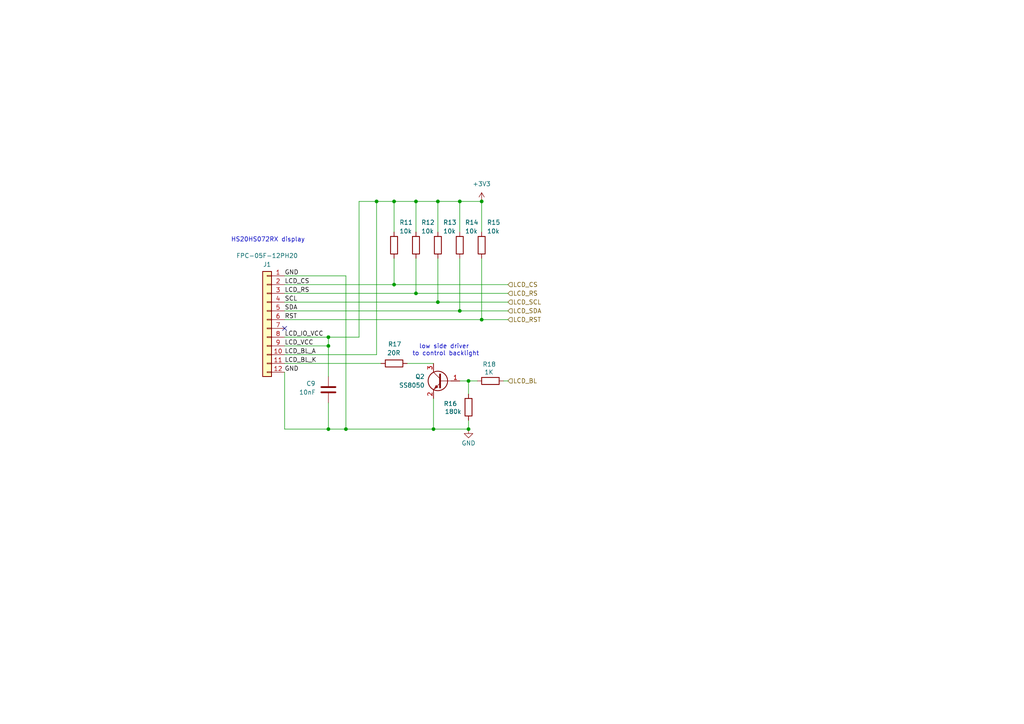
<source format=kicad_sch>
(kicad_sch
	(version 20250114)
	(generator "eeschema")
	(generator_version "9.0")
	(uuid "37dc8c14-dd90-48f4-b4fb-3efbefa0cd1b")
	(paper "A4")
	(lib_symbols
		(symbol "Connector_Generic:Conn_01x12"
			(pin_names
				(offset 1.016)
				(hide yes)
			)
			(exclude_from_sim no)
			(in_bom yes)
			(on_board yes)
			(property "Reference" "J"
				(at 0 15.24 0)
				(effects
					(font
						(size 1.27 1.27)
					)
				)
			)
			(property "Value" "Conn_01x12"
				(at 0 -17.78 0)
				(effects
					(font
						(size 1.27 1.27)
					)
				)
			)
			(property "Footprint" ""
				(at 0 0 0)
				(effects
					(font
						(size 1.27 1.27)
					)
					(hide yes)
				)
			)
			(property "Datasheet" "~"
				(at 0 0 0)
				(effects
					(font
						(size 1.27 1.27)
					)
					(hide yes)
				)
			)
			(property "Description" "Generic connector, single row, 01x12, script generated (kicad-library-utils/schlib/autogen/connector/)"
				(at 0 0 0)
				(effects
					(font
						(size 1.27 1.27)
					)
					(hide yes)
				)
			)
			(property "ki_keywords" "connector"
				(at 0 0 0)
				(effects
					(font
						(size 1.27 1.27)
					)
					(hide yes)
				)
			)
			(property "ki_fp_filters" "Connector*:*_1x??_*"
				(at 0 0 0)
				(effects
					(font
						(size 1.27 1.27)
					)
					(hide yes)
				)
			)
			(symbol "Conn_01x12_1_1"
				(rectangle
					(start -1.27 13.97)
					(end 1.27 -16.51)
					(stroke
						(width 0.254)
						(type default)
					)
					(fill
						(type background)
					)
				)
				(rectangle
					(start -1.27 12.827)
					(end 0 12.573)
					(stroke
						(width 0.1524)
						(type default)
					)
					(fill
						(type none)
					)
				)
				(rectangle
					(start -1.27 10.287)
					(end 0 10.033)
					(stroke
						(width 0.1524)
						(type default)
					)
					(fill
						(type none)
					)
				)
				(rectangle
					(start -1.27 7.747)
					(end 0 7.493)
					(stroke
						(width 0.1524)
						(type default)
					)
					(fill
						(type none)
					)
				)
				(rectangle
					(start -1.27 5.207)
					(end 0 4.953)
					(stroke
						(width 0.1524)
						(type default)
					)
					(fill
						(type none)
					)
				)
				(rectangle
					(start -1.27 2.667)
					(end 0 2.413)
					(stroke
						(width 0.1524)
						(type default)
					)
					(fill
						(type none)
					)
				)
				(rectangle
					(start -1.27 0.127)
					(end 0 -0.127)
					(stroke
						(width 0.1524)
						(type default)
					)
					(fill
						(type none)
					)
				)
				(rectangle
					(start -1.27 -2.413)
					(end 0 -2.667)
					(stroke
						(width 0.1524)
						(type default)
					)
					(fill
						(type none)
					)
				)
				(rectangle
					(start -1.27 -4.953)
					(end 0 -5.207)
					(stroke
						(width 0.1524)
						(type default)
					)
					(fill
						(type none)
					)
				)
				(rectangle
					(start -1.27 -7.493)
					(end 0 -7.747)
					(stroke
						(width 0.1524)
						(type default)
					)
					(fill
						(type none)
					)
				)
				(rectangle
					(start -1.27 -10.033)
					(end 0 -10.287)
					(stroke
						(width 0.1524)
						(type default)
					)
					(fill
						(type none)
					)
				)
				(rectangle
					(start -1.27 -12.573)
					(end 0 -12.827)
					(stroke
						(width 0.1524)
						(type default)
					)
					(fill
						(type none)
					)
				)
				(rectangle
					(start -1.27 -15.113)
					(end 0 -15.367)
					(stroke
						(width 0.1524)
						(type default)
					)
					(fill
						(type none)
					)
				)
				(pin passive line
					(at -5.08 12.7 0)
					(length 3.81)
					(name "Pin_1"
						(effects
							(font
								(size 1.27 1.27)
							)
						)
					)
					(number "1"
						(effects
							(font
								(size 1.27 1.27)
							)
						)
					)
				)
				(pin passive line
					(at -5.08 10.16 0)
					(length 3.81)
					(name "Pin_2"
						(effects
							(font
								(size 1.27 1.27)
							)
						)
					)
					(number "2"
						(effects
							(font
								(size 1.27 1.27)
							)
						)
					)
				)
				(pin passive line
					(at -5.08 7.62 0)
					(length 3.81)
					(name "Pin_3"
						(effects
							(font
								(size 1.27 1.27)
							)
						)
					)
					(number "3"
						(effects
							(font
								(size 1.27 1.27)
							)
						)
					)
				)
				(pin passive line
					(at -5.08 5.08 0)
					(length 3.81)
					(name "Pin_4"
						(effects
							(font
								(size 1.27 1.27)
							)
						)
					)
					(number "4"
						(effects
							(font
								(size 1.27 1.27)
							)
						)
					)
				)
				(pin passive line
					(at -5.08 2.54 0)
					(length 3.81)
					(name "Pin_5"
						(effects
							(font
								(size 1.27 1.27)
							)
						)
					)
					(number "5"
						(effects
							(font
								(size 1.27 1.27)
							)
						)
					)
				)
				(pin passive line
					(at -5.08 0 0)
					(length 3.81)
					(name "Pin_6"
						(effects
							(font
								(size 1.27 1.27)
							)
						)
					)
					(number "6"
						(effects
							(font
								(size 1.27 1.27)
							)
						)
					)
				)
				(pin passive line
					(at -5.08 -2.54 0)
					(length 3.81)
					(name "Pin_7"
						(effects
							(font
								(size 1.27 1.27)
							)
						)
					)
					(number "7"
						(effects
							(font
								(size 1.27 1.27)
							)
						)
					)
				)
				(pin passive line
					(at -5.08 -5.08 0)
					(length 3.81)
					(name "Pin_8"
						(effects
							(font
								(size 1.27 1.27)
							)
						)
					)
					(number "8"
						(effects
							(font
								(size 1.27 1.27)
							)
						)
					)
				)
				(pin passive line
					(at -5.08 -7.62 0)
					(length 3.81)
					(name "Pin_9"
						(effects
							(font
								(size 1.27 1.27)
							)
						)
					)
					(number "9"
						(effects
							(font
								(size 1.27 1.27)
							)
						)
					)
				)
				(pin passive line
					(at -5.08 -10.16 0)
					(length 3.81)
					(name "Pin_10"
						(effects
							(font
								(size 1.27 1.27)
							)
						)
					)
					(number "10"
						(effects
							(font
								(size 1.27 1.27)
							)
						)
					)
				)
				(pin passive line
					(at -5.08 -12.7 0)
					(length 3.81)
					(name "Pin_11"
						(effects
							(font
								(size 1.27 1.27)
							)
						)
					)
					(number "11"
						(effects
							(font
								(size 1.27 1.27)
							)
						)
					)
				)
				(pin passive line
					(at -5.08 -15.24 0)
					(length 3.81)
					(name "Pin_12"
						(effects
							(font
								(size 1.27 1.27)
							)
						)
					)
					(number "12"
						(effects
							(font
								(size 1.27 1.27)
							)
						)
					)
				)
			)
			(embedded_fonts no)
		)
		(symbol "Device:C"
			(pin_numbers
				(hide yes)
			)
			(pin_names
				(offset 0.254)
			)
			(exclude_from_sim no)
			(in_bom yes)
			(on_board yes)
			(property "Reference" "C"
				(at 0.635 2.54 0)
				(effects
					(font
						(size 1.27 1.27)
					)
					(justify left)
				)
			)
			(property "Value" "C"
				(at 0.635 -2.54 0)
				(effects
					(font
						(size 1.27 1.27)
					)
					(justify left)
				)
			)
			(property "Footprint" ""
				(at 0.9652 -3.81 0)
				(effects
					(font
						(size 1.27 1.27)
					)
					(hide yes)
				)
			)
			(property "Datasheet" "~"
				(at 0 0 0)
				(effects
					(font
						(size 1.27 1.27)
					)
					(hide yes)
				)
			)
			(property "Description" "Unpolarized capacitor"
				(at 0 0 0)
				(effects
					(font
						(size 1.27 1.27)
					)
					(hide yes)
				)
			)
			(property "ki_keywords" "cap capacitor"
				(at 0 0 0)
				(effects
					(font
						(size 1.27 1.27)
					)
					(hide yes)
				)
			)
			(property "ki_fp_filters" "C_*"
				(at 0 0 0)
				(effects
					(font
						(size 1.27 1.27)
					)
					(hide yes)
				)
			)
			(symbol "C_0_1"
				(polyline
					(pts
						(xy -2.032 0.762) (xy 2.032 0.762)
					)
					(stroke
						(width 0.508)
						(type default)
					)
					(fill
						(type none)
					)
				)
				(polyline
					(pts
						(xy -2.032 -0.762) (xy 2.032 -0.762)
					)
					(stroke
						(width 0.508)
						(type default)
					)
					(fill
						(type none)
					)
				)
			)
			(symbol "C_1_1"
				(pin passive line
					(at 0 3.81 270)
					(length 2.794)
					(name "~"
						(effects
							(font
								(size 1.27 1.27)
							)
						)
					)
					(number "1"
						(effects
							(font
								(size 1.27 1.27)
							)
						)
					)
				)
				(pin passive line
					(at 0 -3.81 90)
					(length 2.794)
					(name "~"
						(effects
							(font
								(size 1.27 1.27)
							)
						)
					)
					(number "2"
						(effects
							(font
								(size 1.27 1.27)
							)
						)
					)
				)
			)
			(embedded_fonts no)
		)
		(symbol "Device:R"
			(pin_numbers
				(hide yes)
			)
			(pin_names
				(offset 0)
			)
			(exclude_from_sim no)
			(in_bom yes)
			(on_board yes)
			(property "Reference" "R"
				(at 2.032 0 90)
				(effects
					(font
						(size 1.27 1.27)
					)
				)
			)
			(property "Value" "R"
				(at 0 0 90)
				(effects
					(font
						(size 1.27 1.27)
					)
				)
			)
			(property "Footprint" ""
				(at -1.778 0 90)
				(effects
					(font
						(size 1.27 1.27)
					)
					(hide yes)
				)
			)
			(property "Datasheet" "~"
				(at 0 0 0)
				(effects
					(font
						(size 1.27 1.27)
					)
					(hide yes)
				)
			)
			(property "Description" "Resistor"
				(at 0 0 0)
				(effects
					(font
						(size 1.27 1.27)
					)
					(hide yes)
				)
			)
			(property "ki_keywords" "R res resistor"
				(at 0 0 0)
				(effects
					(font
						(size 1.27 1.27)
					)
					(hide yes)
				)
			)
			(property "ki_fp_filters" "R_*"
				(at 0 0 0)
				(effects
					(font
						(size 1.27 1.27)
					)
					(hide yes)
				)
			)
			(symbol "R_0_1"
				(rectangle
					(start -1.016 -2.54)
					(end 1.016 2.54)
					(stroke
						(width 0.254)
						(type default)
					)
					(fill
						(type none)
					)
				)
			)
			(symbol "R_1_1"
				(pin passive line
					(at 0 3.81 270)
					(length 1.27)
					(name "~"
						(effects
							(font
								(size 1.27 1.27)
							)
						)
					)
					(number "1"
						(effects
							(font
								(size 1.27 1.27)
							)
						)
					)
				)
				(pin passive line
					(at 0 -3.81 90)
					(length 1.27)
					(name "~"
						(effects
							(font
								(size 1.27 1.27)
							)
						)
					)
					(number "2"
						(effects
							(font
								(size 1.27 1.27)
							)
						)
					)
				)
			)
			(embedded_fonts no)
		)
		(symbol "Transistor_BJT:SS8050"
			(pin_names
				(offset 0)
				(hide yes)
			)
			(exclude_from_sim no)
			(in_bom yes)
			(on_board yes)
			(property "Reference" "Q"
				(at 5.08 1.905 0)
				(effects
					(font
						(size 1.27 1.27)
					)
					(justify left)
				)
			)
			(property "Value" "SS8050"
				(at 5.08 0 0)
				(effects
					(font
						(size 1.27 1.27)
					)
					(justify left)
				)
			)
			(property "Footprint" "Package_TO_SOT_SMD:SOT-23"
				(at 5.08 -7.366 0)
				(effects
					(font
						(size 1.27 1.27)
						(italic yes)
					)
					(justify left)
					(hide yes)
				)
			)
			(property "Datasheet" "http://www.secosgmbh.com/datasheet/products/SSMPTransistor/SOT-23/SS8050.pdf"
				(at 5.08 -4.826 0)
				(effects
					(font
						(size 1.27 1.27)
					)
					(justify left)
					(hide yes)
				)
			)
			(property "Description" "General Purpose NPN Transistor, 1.5A Ic, 25V Vce, SOT-23"
				(at 34.036 -2.286 0)
				(effects
					(font
						(size 1.27 1.27)
					)
					(hide yes)
				)
			)
			(property "ki_keywords" "SS8050 NPN Transistor"
				(at 0 0 0)
				(effects
					(font
						(size 1.27 1.27)
					)
					(hide yes)
				)
			)
			(property "ki_fp_filters" "SOT?23*"
				(at 0 0 0)
				(effects
					(font
						(size 1.27 1.27)
					)
					(hide yes)
				)
			)
			(symbol "SS8050_0_1"
				(polyline
					(pts
						(xy -2.54 0) (xy 0.635 0)
					)
					(stroke
						(width 0)
						(type default)
					)
					(fill
						(type none)
					)
				)
				(polyline
					(pts
						(xy 0.635 1.905) (xy 0.635 -1.905)
					)
					(stroke
						(width 0.508)
						(type default)
					)
					(fill
						(type none)
					)
				)
				(circle
					(center 1.27 0)
					(radius 2.8194)
					(stroke
						(width 0.254)
						(type default)
					)
					(fill
						(type none)
					)
				)
			)
			(symbol "SS8050_1_1"
				(polyline
					(pts
						(xy 0.635 0.635) (xy 2.54 2.54)
					)
					(stroke
						(width 0)
						(type default)
					)
					(fill
						(type none)
					)
				)
				(polyline
					(pts
						(xy 0.635 -0.635) (xy 2.54 -2.54)
					)
					(stroke
						(width 0)
						(type default)
					)
					(fill
						(type none)
					)
				)
				(polyline
					(pts
						(xy 1.27 -1.778) (xy 1.778 -1.27) (xy 2.286 -2.286) (xy 1.27 -1.778)
					)
					(stroke
						(width 0)
						(type default)
					)
					(fill
						(type outline)
					)
				)
				(pin input line
					(at -5.08 0 0)
					(length 2.54)
					(name "B"
						(effects
							(font
								(size 1.27 1.27)
							)
						)
					)
					(number "1"
						(effects
							(font
								(size 1.27 1.27)
							)
						)
					)
				)
				(pin passive line
					(at 2.54 5.08 270)
					(length 2.54)
					(name "C"
						(effects
							(font
								(size 1.27 1.27)
							)
						)
					)
					(number "3"
						(effects
							(font
								(size 1.27 1.27)
							)
						)
					)
				)
				(pin passive line
					(at 2.54 -5.08 90)
					(length 2.54)
					(name "E"
						(effects
							(font
								(size 1.27 1.27)
							)
						)
					)
					(number "2"
						(effects
							(font
								(size 1.27 1.27)
							)
						)
					)
				)
			)
			(embedded_fonts no)
		)
		(symbol "power:+3V3"
			(power)
			(pin_numbers
				(hide yes)
			)
			(pin_names
				(offset 0)
				(hide yes)
			)
			(exclude_from_sim no)
			(in_bom yes)
			(on_board yes)
			(property "Reference" "#PWR"
				(at 0 -3.81 0)
				(effects
					(font
						(size 1.27 1.27)
					)
					(hide yes)
				)
			)
			(property "Value" "+3V3"
				(at 0 3.556 0)
				(effects
					(font
						(size 1.27 1.27)
					)
				)
			)
			(property "Footprint" ""
				(at 0 0 0)
				(effects
					(font
						(size 1.27 1.27)
					)
					(hide yes)
				)
			)
			(property "Datasheet" ""
				(at 0 0 0)
				(effects
					(font
						(size 1.27 1.27)
					)
					(hide yes)
				)
			)
			(property "Description" "Power symbol creates a global label with name \"+3V3\""
				(at 0 0 0)
				(effects
					(font
						(size 1.27 1.27)
					)
					(hide yes)
				)
			)
			(property "ki_keywords" "global power"
				(at 0 0 0)
				(effects
					(font
						(size 1.27 1.27)
					)
					(hide yes)
				)
			)
			(symbol "+3V3_0_1"
				(polyline
					(pts
						(xy -0.762 1.27) (xy 0 2.54)
					)
					(stroke
						(width 0)
						(type default)
					)
					(fill
						(type none)
					)
				)
				(polyline
					(pts
						(xy 0 2.54) (xy 0.762 1.27)
					)
					(stroke
						(width 0)
						(type default)
					)
					(fill
						(type none)
					)
				)
				(polyline
					(pts
						(xy 0 0) (xy 0 2.54)
					)
					(stroke
						(width 0)
						(type default)
					)
					(fill
						(type none)
					)
				)
			)
			(symbol "+3V3_1_1"
				(pin power_in line
					(at 0 0 90)
					(length 0)
					(name "~"
						(effects
							(font
								(size 1.27 1.27)
							)
						)
					)
					(number "1"
						(effects
							(font
								(size 1.27 1.27)
							)
						)
					)
				)
			)
			(embedded_fonts no)
		)
		(symbol "power:GND"
			(power)
			(pin_numbers
				(hide yes)
			)
			(pin_names
				(offset 0)
				(hide yes)
			)
			(exclude_from_sim no)
			(in_bom yes)
			(on_board yes)
			(property "Reference" "#PWR"
				(at 0 -6.35 0)
				(effects
					(font
						(size 1.27 1.27)
					)
					(hide yes)
				)
			)
			(property "Value" "GND"
				(at 0 -3.81 0)
				(effects
					(font
						(size 1.27 1.27)
					)
				)
			)
			(property "Footprint" ""
				(at 0 0 0)
				(effects
					(font
						(size 1.27 1.27)
					)
					(hide yes)
				)
			)
			(property "Datasheet" ""
				(at 0 0 0)
				(effects
					(font
						(size 1.27 1.27)
					)
					(hide yes)
				)
			)
			(property "Description" "Power symbol creates a global label with name \"GND\" , ground"
				(at 0 0 0)
				(effects
					(font
						(size 1.27 1.27)
					)
					(hide yes)
				)
			)
			(property "ki_keywords" "global power"
				(at 0 0 0)
				(effects
					(font
						(size 1.27 1.27)
					)
					(hide yes)
				)
			)
			(symbol "GND_0_1"
				(polyline
					(pts
						(xy 0 0) (xy 0 -1.27) (xy 1.27 -1.27) (xy 0 -2.54) (xy -1.27 -1.27) (xy 0 -1.27)
					)
					(stroke
						(width 0)
						(type default)
					)
					(fill
						(type none)
					)
				)
			)
			(symbol "GND_1_1"
				(pin power_in line
					(at 0 0 270)
					(length 0)
					(name "~"
						(effects
							(font
								(size 1.27 1.27)
							)
						)
					)
					(number "1"
						(effects
							(font
								(size 1.27 1.27)
							)
						)
					)
				)
			)
			(embedded_fonts no)
		)
	)
	(text "HS20HS072RX display"
		(exclude_from_sim no)
		(at 77.724 69.596 0)
		(effects
			(font
				(size 1.27 1.27)
			)
		)
		(uuid "89caa2e2-37cc-43a7-b2a4-65bf2e0fe500")
	)
	(text "low side driver \nto control backlight"
		(exclude_from_sim no)
		(at 129.286 101.6 0)
		(effects
			(font
				(size 1.27 1.27)
			)
		)
		(uuid "e03eda8f-cc28-4e2e-b0d6-7f122f9eb031")
	)
	(junction
		(at 100.33 124.46)
		(diameter 0)
		(color 0 0 0 0)
		(uuid "16d30250-4931-4626-b64a-a717dde8c048")
	)
	(junction
		(at 139.7 92.71)
		(diameter 0)
		(color 0 0 0 0)
		(uuid "24abdc3f-baed-4d79-b839-f8c81c2a851f")
	)
	(junction
		(at 114.3 82.55)
		(diameter 0)
		(color 0 0 0 0)
		(uuid "348eb228-c59c-48a5-b435-ed5822a31c54")
	)
	(junction
		(at 139.7 58.42)
		(diameter 0)
		(color 0 0 0 0)
		(uuid "3b9adf5d-05cb-4557-bbbe-3d395b74e6b0")
	)
	(junction
		(at 135.89 110.49)
		(diameter 0)
		(color 0 0 0 0)
		(uuid "3e2bb54b-605a-4860-9e28-c96dfff1a86d")
	)
	(junction
		(at 135.89 124.46)
		(diameter 0)
		(color 0 0 0 0)
		(uuid "655b5b17-d4fa-43e6-8a2f-cb1a416b0282")
	)
	(junction
		(at 120.65 85.09)
		(diameter 0)
		(color 0 0 0 0)
		(uuid "732165f4-02ff-478a-92fa-e83fabe2cf0a")
	)
	(junction
		(at 109.22 58.42)
		(diameter 0)
		(color 0 0 0 0)
		(uuid "8ebc122f-92f1-4647-a5d6-921c862474f5")
	)
	(junction
		(at 125.73 124.46)
		(diameter 0)
		(color 0 0 0 0)
		(uuid "9c3351ab-19f1-46f1-a7a6-19f5624e1000")
	)
	(junction
		(at 95.25 124.46)
		(diameter 0)
		(color 0 0 0 0)
		(uuid "a4a78dae-8be6-4f2a-b320-ee451c9fe07a")
	)
	(junction
		(at 133.35 90.17)
		(diameter 0)
		(color 0 0 0 0)
		(uuid "ab728cba-1327-47e0-93a4-713e083713a8")
	)
	(junction
		(at 127 58.42)
		(diameter 0)
		(color 0 0 0 0)
		(uuid "b4fb456a-d180-46bf-87d3-2c5c3f81f7df")
	)
	(junction
		(at 95.25 100.33)
		(diameter 0)
		(color 0 0 0 0)
		(uuid "b8f005ed-3936-4ae7-94bf-d8dfde23af23")
	)
	(junction
		(at 120.65 58.42)
		(diameter 0)
		(color 0 0 0 0)
		(uuid "bea6cb46-fa18-49dd-8fd3-e4d5307a497c")
	)
	(junction
		(at 114.3 58.42)
		(diameter 0)
		(color 0 0 0 0)
		(uuid "c0f8d5ac-401d-4ccd-9736-0f33dc5e503c")
	)
	(junction
		(at 95.25 97.79)
		(diameter 0)
		(color 0 0 0 0)
		(uuid "ce8c157e-6a88-463d-9f6c-1779cd86dd52")
	)
	(junction
		(at 133.35 58.42)
		(diameter 0)
		(color 0 0 0 0)
		(uuid "ef84eaa9-0d2e-41ab-aa27-ac5baf966df8")
	)
	(junction
		(at 127 87.63)
		(diameter 0)
		(color 0 0 0 0)
		(uuid "f57195cd-47c8-4c90-bd16-bf95d4f21f98")
	)
	(no_connect
		(at 82.55 95.25)
		(uuid "ecd8089c-2ca7-493b-883a-c7049e29b543")
	)
	(wire
		(pts
			(xy 139.7 92.71) (xy 139.7 74.93)
		)
		(stroke
			(width 0)
			(type default)
		)
		(uuid "101c23d0-6108-4be2-8990-8b0439f4bb28")
	)
	(wire
		(pts
			(xy 139.7 67.31) (xy 139.7 58.42)
		)
		(stroke
			(width 0)
			(type default)
		)
		(uuid "123f973b-34a6-4c86-b649-5c1a2f2e0fe1")
	)
	(wire
		(pts
			(xy 109.22 58.42) (xy 114.3 58.42)
		)
		(stroke
			(width 0)
			(type default)
		)
		(uuid "14432728-228e-43be-b48d-13ebaeb3fdc3")
	)
	(wire
		(pts
			(xy 114.3 67.31) (xy 114.3 58.42)
		)
		(stroke
			(width 0)
			(type default)
		)
		(uuid "15ce3f3c-d49b-48fa-ae64-b8271c1023a9")
	)
	(wire
		(pts
			(xy 82.55 82.55) (xy 114.3 82.55)
		)
		(stroke
			(width 0)
			(type default)
		)
		(uuid "1b089d78-65f2-4df9-9df0-2944a50fbe12")
	)
	(wire
		(pts
			(xy 125.73 105.41) (xy 118.11 105.41)
		)
		(stroke
			(width 0)
			(type default)
		)
		(uuid "250d614a-743a-4ff9-b6cb-10fa4c92e881")
	)
	(wire
		(pts
			(xy 139.7 92.71) (xy 147.32 92.71)
		)
		(stroke
			(width 0)
			(type default)
		)
		(uuid "27dde21f-2401-4ddf-addb-785c4c89481d")
	)
	(wire
		(pts
			(xy 82.55 85.09) (xy 120.65 85.09)
		)
		(stroke
			(width 0)
			(type default)
		)
		(uuid "28889bd3-3ea5-4567-9d50-70217b0c0301")
	)
	(wire
		(pts
			(xy 109.22 102.87) (xy 109.22 58.42)
		)
		(stroke
			(width 0)
			(type default)
		)
		(uuid "2af94a14-3e15-407d-88d9-0478b2d95e10")
	)
	(wire
		(pts
			(xy 127 58.42) (xy 133.35 58.42)
		)
		(stroke
			(width 0)
			(type default)
		)
		(uuid "2d7b1ac3-733c-4f0e-993d-b81ae824ae12")
	)
	(wire
		(pts
			(xy 146.05 110.49) (xy 147.32 110.49)
		)
		(stroke
			(width 0)
			(type default)
		)
		(uuid "39f53524-9c16-4a66-8e82-1cf91bb4d94d")
	)
	(wire
		(pts
			(xy 82.55 90.17) (xy 133.35 90.17)
		)
		(stroke
			(width 0)
			(type default)
		)
		(uuid "3bc57cb8-8436-47e9-aa21-b3ed8136f7fa")
	)
	(wire
		(pts
			(xy 127 87.63) (xy 147.32 87.63)
		)
		(stroke
			(width 0)
			(type default)
		)
		(uuid "3ddfd955-d9e1-4e66-a4df-1ac20a8e837d")
	)
	(wire
		(pts
			(xy 104.14 97.79) (xy 104.14 58.42)
		)
		(stroke
			(width 0)
			(type default)
		)
		(uuid "532d8562-04a1-4c6d-bd37-a2689d6d271b")
	)
	(wire
		(pts
			(xy 82.55 80.01) (xy 100.33 80.01)
		)
		(stroke
			(width 0)
			(type default)
		)
		(uuid "55245de7-9d72-4174-a5e2-bb9268b9b5cc")
	)
	(wire
		(pts
			(xy 125.73 124.46) (xy 135.89 124.46)
		)
		(stroke
			(width 0)
			(type default)
		)
		(uuid "5ace708c-0042-4dcb-b2a8-832f990cd091")
	)
	(wire
		(pts
			(xy 135.89 114.3) (xy 135.89 110.49)
		)
		(stroke
			(width 0)
			(type default)
		)
		(uuid "6a5c4715-9dc9-4426-835d-c0ad30989fdd")
	)
	(wire
		(pts
			(xy 135.89 110.49) (xy 138.43 110.49)
		)
		(stroke
			(width 0)
			(type default)
		)
		(uuid "6bcfc375-e2bd-4eb5-a10f-15c0365e0856")
	)
	(wire
		(pts
			(xy 139.7 58.42) (xy 133.35 58.42)
		)
		(stroke
			(width 0)
			(type default)
		)
		(uuid "755001de-c7ec-4b64-ac14-c462789b1219")
	)
	(wire
		(pts
			(xy 82.55 100.33) (xy 95.25 100.33)
		)
		(stroke
			(width 0)
			(type default)
		)
		(uuid "7b8ba37c-29d4-46c5-b61f-37c1cfecc438")
	)
	(wire
		(pts
			(xy 120.65 58.42) (xy 127 58.42)
		)
		(stroke
			(width 0)
			(type default)
		)
		(uuid "7e751cb3-89fc-4a80-bcaa-d5bf1ddf4ab8")
	)
	(wire
		(pts
			(xy 133.35 110.49) (xy 135.89 110.49)
		)
		(stroke
			(width 0)
			(type default)
		)
		(uuid "84ade862-3850-4af3-8f62-beaec97532eb")
	)
	(wire
		(pts
			(xy 125.73 115.57) (xy 125.73 124.46)
		)
		(stroke
			(width 0)
			(type default)
		)
		(uuid "88326971-b028-48ac-ad34-21f0d8ac79fa")
	)
	(wire
		(pts
			(xy 100.33 80.01) (xy 100.33 124.46)
		)
		(stroke
			(width 0)
			(type default)
		)
		(uuid "8b2d5424-25b1-4d85-9ce3-bf60ec7dcba0")
	)
	(wire
		(pts
			(xy 95.25 124.46) (xy 100.33 124.46)
		)
		(stroke
			(width 0)
			(type default)
		)
		(uuid "9352dfb0-b566-44d9-9e5b-a09a7522f4f5")
	)
	(wire
		(pts
			(xy 82.55 102.87) (xy 109.22 102.87)
		)
		(stroke
			(width 0)
			(type default)
		)
		(uuid "97971e5b-bfb5-408a-bd22-85541c9ce455")
	)
	(wire
		(pts
			(xy 95.25 109.22) (xy 95.25 100.33)
		)
		(stroke
			(width 0)
			(type default)
		)
		(uuid "a5ff62c3-5200-4c1a-93cb-2982508e16b5")
	)
	(wire
		(pts
			(xy 133.35 90.17) (xy 133.35 74.93)
		)
		(stroke
			(width 0)
			(type default)
		)
		(uuid "b19e61c6-9078-4dd3-b1ad-aae601021189")
	)
	(wire
		(pts
			(xy 95.25 124.46) (xy 95.25 116.84)
		)
		(stroke
			(width 0)
			(type default)
		)
		(uuid "b7952506-f774-4011-aeb0-f90e6ad42a7d")
	)
	(wire
		(pts
			(xy 133.35 90.17) (xy 147.32 90.17)
		)
		(stroke
			(width 0)
			(type default)
		)
		(uuid "b7d43895-51e1-4fe3-8562-b77b9d181360")
	)
	(wire
		(pts
			(xy 114.3 82.55) (xy 147.32 82.55)
		)
		(stroke
			(width 0)
			(type default)
		)
		(uuid "b8b553a2-d576-44be-8430-6cbbc1271610")
	)
	(wire
		(pts
			(xy 82.55 124.46) (xy 95.25 124.46)
		)
		(stroke
			(width 0)
			(type default)
		)
		(uuid "bbb8e137-d68a-4bd6-823a-c7c98d8f58a7")
	)
	(wire
		(pts
			(xy 82.55 87.63) (xy 127 87.63)
		)
		(stroke
			(width 0)
			(type default)
		)
		(uuid "bfbb5221-9236-46d4-b0de-d6cdc5e09e5a")
	)
	(wire
		(pts
			(xy 100.33 124.46) (xy 125.73 124.46)
		)
		(stroke
			(width 0)
			(type default)
		)
		(uuid "c2b6e628-f7ff-4a1a-97f3-c74f43682df1")
	)
	(wire
		(pts
			(xy 95.25 97.79) (xy 104.14 97.79)
		)
		(stroke
			(width 0)
			(type default)
		)
		(uuid "c63f47d8-5af7-4c63-afe8-42610746b42d")
	)
	(wire
		(pts
			(xy 114.3 82.55) (xy 114.3 74.93)
		)
		(stroke
			(width 0)
			(type default)
		)
		(uuid "c87069cc-32b6-4c76-8d28-f0ff04001b83")
	)
	(wire
		(pts
			(xy 127 67.31) (xy 127 58.42)
		)
		(stroke
			(width 0)
			(type default)
		)
		(uuid "cf958aca-adf2-4b3d-8c46-2a7c366d7489")
	)
	(wire
		(pts
			(xy 120.65 58.42) (xy 120.65 67.31)
		)
		(stroke
			(width 0)
			(type default)
		)
		(uuid "d3fab50a-d730-4d36-83ac-2fe68b3a51cb")
	)
	(wire
		(pts
			(xy 135.89 121.92) (xy 135.89 124.46)
		)
		(stroke
			(width 0)
			(type default)
		)
		(uuid "d8069fc3-8f50-42d2-bf06-139c711a0d20")
	)
	(wire
		(pts
			(xy 82.55 107.95) (xy 82.55 124.46)
		)
		(stroke
			(width 0)
			(type default)
		)
		(uuid "d9aa6ad8-4609-4417-950c-1eb00d81cef3")
	)
	(wire
		(pts
			(xy 114.3 58.42) (xy 120.65 58.42)
		)
		(stroke
			(width 0)
			(type default)
		)
		(uuid "dcbd9df8-a3ec-4bc9-ad3e-9afaed9d9224")
	)
	(wire
		(pts
			(xy 133.35 67.31) (xy 133.35 58.42)
		)
		(stroke
			(width 0)
			(type default)
		)
		(uuid "e04d8432-6f6f-407b-8bff-d956868156ea")
	)
	(wire
		(pts
			(xy 120.65 85.09) (xy 120.65 74.93)
		)
		(stroke
			(width 0)
			(type default)
		)
		(uuid "e3102b2f-9dcb-41af-8518-608d8117aeee")
	)
	(wire
		(pts
			(xy 82.55 92.71) (xy 139.7 92.71)
		)
		(stroke
			(width 0)
			(type default)
		)
		(uuid "e34d2529-873e-4ee8-b55a-7e98593863e4")
	)
	(wire
		(pts
			(xy 127 87.63) (xy 127 74.93)
		)
		(stroke
			(width 0)
			(type default)
		)
		(uuid "e37d0160-b700-4bb6-9bc2-0984feebea1a")
	)
	(wire
		(pts
			(xy 104.14 58.42) (xy 109.22 58.42)
		)
		(stroke
			(width 0)
			(type default)
		)
		(uuid "e4b97b75-2adb-49ae-b515-ad36fb113059")
	)
	(wire
		(pts
			(xy 95.25 100.33) (xy 95.25 97.79)
		)
		(stroke
			(width 0)
			(type default)
		)
		(uuid "e9a92af5-dfb1-4b1f-816f-59efbabe4786")
	)
	(wire
		(pts
			(xy 120.65 85.09) (xy 147.32 85.09)
		)
		(stroke
			(width 0)
			(type default)
		)
		(uuid "eabb567d-9f0b-4520-bda8-f4f3a98c5a03")
	)
	(wire
		(pts
			(xy 82.55 105.41) (xy 110.49 105.41)
		)
		(stroke
			(width 0)
			(type default)
		)
		(uuid "f40a46b3-b8e6-46af-8784-3ea40c190890")
	)
	(wire
		(pts
			(xy 95.25 97.79) (xy 82.55 97.79)
		)
		(stroke
			(width 0)
			(type default)
		)
		(uuid "f8f108d7-cf35-45d0-9104-bf976d96bff4")
	)
	(label "LCD_VCC"
		(at 82.55 100.33 0)
		(effects
			(font
				(size 1.27 1.27)
			)
			(justify left bottom)
		)
		(uuid "4416a4d5-185c-4137-8738-8a823d3f36ae")
	)
	(label "SDA"
		(at 82.55 90.17 0)
		(effects
			(font
				(size 1.27 1.27)
			)
			(justify left bottom)
		)
		(uuid "6009080d-de5c-4d78-9807-1d778d339643")
	)
	(label "SCL"
		(at 82.55 87.63 0)
		(effects
			(font
				(size 1.27 1.27)
			)
			(justify left bottom)
		)
		(uuid "86ccaedb-93de-4819-aabd-1c96d73b9f23")
	)
	(label "LCD_BL_A"
		(at 82.55 102.87 0)
		(effects
			(font
				(size 1.27 1.27)
			)
			(justify left bottom)
		)
		(uuid "a045200e-9df7-4140-99c5-3ac2d5a8651a")
	)
	(label "GND"
		(at 82.55 107.95 0)
		(effects
			(font
				(size 1.27 1.27)
			)
			(justify left bottom)
		)
		(uuid "a322124b-a996-47e9-84fa-4c5ddad2887d")
	)
	(label "RST"
		(at 82.55 92.71 0)
		(effects
			(font
				(size 1.27 1.27)
			)
			(justify left bottom)
		)
		(uuid "a7395361-1d98-4b47-91e6-9c60ca5d3ea2")
	)
	(label "LCD_BL_K"
		(at 82.55 105.41 0)
		(effects
			(font
				(size 1.27 1.27)
			)
			(justify left bottom)
		)
		(uuid "bdea8f30-789b-4a12-8921-d027604df7f6")
	)
	(label "GND"
		(at 82.55 80.01 0)
		(effects
			(font
				(size 1.27 1.27)
			)
			(justify left bottom)
		)
		(uuid "c5557814-84ce-401b-b523-2e4477cbe638")
	)
	(label "LCD_RS"
		(at 82.55 85.09 0)
		(effects
			(font
				(size 1.27 1.27)
			)
			(justify left bottom)
		)
		(uuid "c5f4e77b-9498-4069-b775-a290d2e0ae59")
	)
	(label "LCD_CS"
		(at 82.55 82.55 0)
		(effects
			(font
				(size 1.27 1.27)
			)
			(justify left bottom)
		)
		(uuid "e19c74fb-4c87-4c8c-ad74-ad7e0d7bab63")
	)
	(label "LCD_IO_VCC"
		(at 82.55 97.79 0)
		(effects
			(font
				(size 1.27 1.27)
			)
			(justify left bottom)
		)
		(uuid "fb417985-d5ff-4b79-849d-f153b70f889c")
	)
	(hierarchical_label "LCD_RS"
		(shape input)
		(at 147.32 85.09 0)
		(effects
			(font
				(size 1.27 1.27)
			)
			(justify left)
		)
		(uuid "1d5d24ff-81d8-4d98-b6e0-09147173f207")
	)
	(hierarchical_label "LCD_RST"
		(shape input)
		(at 147.32 92.71 0)
		(effects
			(font
				(size 1.27 1.27)
			)
			(justify left)
		)
		(uuid "6cc67b6c-4a9a-450b-97e2-692271d2580d")
	)
	(hierarchical_label "LCD_SDA"
		(shape input)
		(at 147.32 90.17 0)
		(effects
			(font
				(size 1.27 1.27)
			)
			(justify left)
		)
		(uuid "9499ecb5-6ffe-4654-8db4-90e9b3907058")
	)
	(hierarchical_label "LCD_CS"
		(shape input)
		(at 147.32 82.55 0)
		(effects
			(font
				(size 1.27 1.27)
			)
			(justify left)
		)
		(uuid "a32dd858-ea17-4a77-b732-d2100c3008d5")
	)
	(hierarchical_label "LCD_BL"
		(shape input)
		(at 147.32 110.49 0)
		(effects
			(font
				(size 1.27 1.27)
			)
			(justify left)
		)
		(uuid "e5cfe9e5-a73e-4578-845b-b01711c94f0f")
	)
	(hierarchical_label "LCD_SCL"
		(shape input)
		(at 147.32 87.63 0)
		(effects
			(font
				(size 1.27 1.27)
			)
			(justify left)
		)
		(uuid "eef8a177-0695-47ed-b8ac-1f1a31272498")
	)
	(symbol
		(lib_id "Device:R")
		(at 114.3 71.12 180)
		(unit 1)
		(exclude_from_sim no)
		(in_bom yes)
		(on_board yes)
		(dnp no)
		(uuid "16b589f7-50c6-4c10-95a5-6f1d47dc52c2")
		(property "Reference" "R11"
			(at 115.824 64.516 0)
			(effects
				(font
					(size 1.27 1.27)
				)
				(justify right)
			)
		)
		(property "Value" "10k"
			(at 115.824 67.056 0)
			(effects
				(font
					(size 1.27 1.27)
				)
				(justify right)
			)
		)
		(property "Footprint" "Resistor_SMD:R_0603_1608Metric"
			(at 116.078 71.12 90)
			(effects
				(font
					(size 1.27 1.27)
				)
				(hide yes)
			)
		)
		(property "Datasheet" "~"
			(at 114.3 71.12 0)
			(effects
				(font
					(size 1.27 1.27)
				)
				(hide yes)
			)
		)
		(property "Description" "Resistor"
			(at 114.3 71.12 0)
			(effects
				(font
					(size 1.27 1.27)
				)
				(hide yes)
			)
		)
		(property "LCSC" ""
			(at 114.3 71.12 0)
			(effects
				(font
					(size 1.27 1.27)
				)
				(hide yes)
			)
		)
		(property "Manufacturer" ""
			(at 114.3 71.12 0)
			(effects
				(font
					(size 1.27 1.27)
				)
				(hide yes)
			)
		)
		(property "Manufacturer Part Number" ""
			(at 114.3 71.12 0)
			(effects
				(font
					(size 1.27 1.27)
				)
				(hide yes)
			)
		)
		(pin "2"
			(uuid "17d385f2-0a58-4ff5-9b59-e0b9f7db6d14")
		)
		(pin "1"
			(uuid "bef49c99-0f9e-4e86-aaa5-213c20afa926")
		)
		(instances
			(project "gameboy"
				(path "/f4643692-c319-40a7-82a2-3e775c0a417f/d0993c89-522c-4206-a2f2-b5b66c7e7b73"
					(reference "R11")
					(unit 1)
				)
			)
		)
	)
	(symbol
		(lib_id "Device:R")
		(at 139.7 71.12 180)
		(unit 1)
		(exclude_from_sim no)
		(in_bom yes)
		(on_board yes)
		(dnp no)
		(uuid "1ee2689e-7a5e-4d42-a979-2360d38e7e7b")
		(property "Reference" "R15"
			(at 141.224 64.516 0)
			(effects
				(font
					(size 1.27 1.27)
				)
				(justify right)
			)
		)
		(property "Value" "10k"
			(at 141.224 67.056 0)
			(effects
				(font
					(size 1.27 1.27)
				)
				(justify right)
			)
		)
		(property "Footprint" "Resistor_SMD:R_0603_1608Metric"
			(at 141.478 71.12 90)
			(effects
				(font
					(size 1.27 1.27)
				)
				(hide yes)
			)
		)
		(property "Datasheet" "~"
			(at 139.7 71.12 0)
			(effects
				(font
					(size 1.27 1.27)
				)
				(hide yes)
			)
		)
		(property "Description" "Resistor"
			(at 139.7 71.12 0)
			(effects
				(font
					(size 1.27 1.27)
				)
				(hide yes)
			)
		)
		(property "LCSC" ""
			(at 139.7 71.12 0)
			(effects
				(font
					(size 1.27 1.27)
				)
				(hide yes)
			)
		)
		(property "Manufacturer" ""
			(at 139.7 71.12 0)
			(effects
				(font
					(size 1.27 1.27)
				)
				(hide yes)
			)
		)
		(property "Manufacturer Part Number" ""
			(at 139.7 71.12 0)
			(effects
				(font
					(size 1.27 1.27)
				)
				(hide yes)
			)
		)
		(pin "2"
			(uuid "6470f83f-fc12-417c-accf-207000f6cb1e")
		)
		(pin "1"
			(uuid "1266ebdd-bd5c-436d-89c1-5624c5d0adeb")
		)
		(instances
			(project "gameboy"
				(path "/f4643692-c319-40a7-82a2-3e775c0a417f/d0993c89-522c-4206-a2f2-b5b66c7e7b73"
					(reference "R15")
					(unit 1)
				)
			)
		)
	)
	(symbol
		(lib_id "Transistor_BJT:SS8050")
		(at 128.27 110.49 0)
		(mirror y)
		(unit 1)
		(exclude_from_sim no)
		(in_bom yes)
		(on_board yes)
		(dnp no)
		(uuid "21f6c42a-7772-4464-9882-6f857df875de")
		(property "Reference" "Q2"
			(at 123.19 109.2199 0)
			(effects
				(font
					(size 1.27 1.27)
				)
				(justify left)
			)
		)
		(property "Value" "SS8050"
			(at 123.19 111.7599 0)
			(effects
				(font
					(size 1.27 1.27)
				)
				(justify left)
			)
		)
		(property "Footprint" "Package_TO_SOT_SMD:SOT-23"
			(at 123.19 117.856 0)
			(effects
				(font
					(size 1.27 1.27)
					(italic yes)
				)
				(justify left)
				(hide yes)
			)
		)
		(property "Datasheet" "http://www.secosgmbh.com/datasheet/products/SSMPTransistor/SOT-23/SS8050.pdf"
			(at 123.19 115.316 0)
			(effects
				(font
					(size 1.27 1.27)
				)
				(justify left)
				(hide yes)
			)
		)
		(property "Description" "General Purpose NPN Transistor, 1.5A Ic, 25V Vce, SOT-23"
			(at 94.234 112.776 0)
			(effects
				(font
					(size 1.27 1.27)
				)
				(hide yes)
			)
		)
		(property "LCSC" "C916392"
			(at 128.27 110.49 0)
			(effects
				(font
					(size 1.27 1.27)
				)
				(hide yes)
			)
		)
		(property "Manufacturer" "JSMSEMI"
			(at 128.27 110.49 0)
			(effects
				(font
					(size 1.27 1.27)
				)
				(hide yes)
			)
		)
		(property "Manufacturer Part Number" "SS8050"
			(at 128.27 110.49 0)
			(effects
				(font
					(size 1.27 1.27)
				)
				(hide yes)
			)
		)
		(pin "3"
			(uuid "18150193-bcc0-4819-8d3e-69bdbf5d6c81")
		)
		(pin "1"
			(uuid "afd86e16-e407-4e84-b557-6521d73566f6")
		)
		(pin "2"
			(uuid "55a1e926-0f0c-48c8-b325-849315b83d06")
		)
		(instances
			(project "gameboy"
				(path "/f4643692-c319-40a7-82a2-3e775c0a417f/d0993c89-522c-4206-a2f2-b5b66c7e7b73"
					(reference "Q2")
					(unit 1)
				)
			)
		)
	)
	(symbol
		(lib_id "Device:R")
		(at 142.24 110.49 90)
		(unit 1)
		(exclude_from_sim no)
		(in_bom yes)
		(on_board yes)
		(dnp no)
		(uuid "260e73ae-00c9-44dd-8122-9ab5b2668953")
		(property "Reference" "R18"
			(at 139.954 105.664 90)
			(effects
				(font
					(size 1.27 1.27)
				)
				(justify right)
			)
		)
		(property "Value" "1K"
			(at 140.462 107.95 90)
			(effects
				(font
					(size 1.27 1.27)
				)
				(justify right)
			)
		)
		(property "Footprint" "Resistor_SMD:R_0603_1608Metric"
			(at 142.24 112.268 90)
			(effects
				(font
					(size 1.27 1.27)
				)
				(hide yes)
			)
		)
		(property "Datasheet" "~"
			(at 142.24 110.49 0)
			(effects
				(font
					(size 1.27 1.27)
				)
				(hide yes)
			)
		)
		(property "Description" "Resistor"
			(at 142.24 110.49 0)
			(effects
				(font
					(size 1.27 1.27)
				)
				(hide yes)
			)
		)
		(property "LCSC" ""
			(at 142.24 110.49 0)
			(effects
				(font
					(size 1.27 1.27)
				)
				(hide yes)
			)
		)
		(property "Manufacturer" ""
			(at 142.24 110.49 0)
			(effects
				(font
					(size 1.27 1.27)
				)
				(hide yes)
			)
		)
		(property "Manufacturer Part Number" ""
			(at 142.24 110.49 0)
			(effects
				(font
					(size 1.27 1.27)
				)
				(hide yes)
			)
		)
		(pin "1"
			(uuid "603b958d-0f85-4aec-94f0-5fde371cda96")
		)
		(pin "2"
			(uuid "0ce35e36-851d-4804-85d8-620c897bb674")
		)
		(instances
			(project "gameboy"
				(path "/f4643692-c319-40a7-82a2-3e775c0a417f/d0993c89-522c-4206-a2f2-b5b66c7e7b73"
					(reference "R18")
					(unit 1)
				)
			)
		)
	)
	(symbol
		(lib_id "Device:R")
		(at 127 71.12 180)
		(unit 1)
		(exclude_from_sim no)
		(in_bom yes)
		(on_board yes)
		(dnp no)
		(uuid "2bbdb4c0-4643-4988-b4f7-e8a01aeca6fb")
		(property "Reference" "R13"
			(at 128.524 64.516 0)
			(effects
				(font
					(size 1.27 1.27)
				)
				(justify right)
			)
		)
		(property "Value" "10k"
			(at 128.524 67.056 0)
			(effects
				(font
					(size 1.27 1.27)
				)
				(justify right)
			)
		)
		(property "Footprint" "Resistor_SMD:R_0603_1608Metric"
			(at 128.778 71.12 90)
			(effects
				(font
					(size 1.27 1.27)
				)
				(hide yes)
			)
		)
		(property "Datasheet" "~"
			(at 127 71.12 0)
			(effects
				(font
					(size 1.27 1.27)
				)
				(hide yes)
			)
		)
		(property "Description" "Resistor"
			(at 127 71.12 0)
			(effects
				(font
					(size 1.27 1.27)
				)
				(hide yes)
			)
		)
		(property "LCSC" ""
			(at 127 71.12 0)
			(effects
				(font
					(size 1.27 1.27)
				)
				(hide yes)
			)
		)
		(property "Manufacturer" ""
			(at 127 71.12 0)
			(effects
				(font
					(size 1.27 1.27)
				)
				(hide yes)
			)
		)
		(property "Manufacturer Part Number" ""
			(at 127 71.12 0)
			(effects
				(font
					(size 1.27 1.27)
				)
				(hide yes)
			)
		)
		(pin "2"
			(uuid "5934c52c-d0d6-4fd1-80bc-296c1191867e")
		)
		(pin "1"
			(uuid "bb07819e-f8c4-4a37-9481-948751ff4017")
		)
		(instances
			(project "gameboy"
				(path "/f4643692-c319-40a7-82a2-3e775c0a417f/d0993c89-522c-4206-a2f2-b5b66c7e7b73"
					(reference "R13")
					(unit 1)
				)
			)
		)
	)
	(symbol
		(lib_id "Device:C")
		(at 95.25 113.03 180)
		(unit 1)
		(exclude_from_sim no)
		(in_bom yes)
		(on_board yes)
		(dnp no)
		(uuid "387cf60a-0017-4ba3-8656-4ec7d6cc242a")
		(property "Reference" "C9"
			(at 90.17 111.252 0)
			(effects
				(font
					(size 1.27 1.27)
				)
			)
		)
		(property "Value" "10nF"
			(at 89.154 113.792 0)
			(effects
				(font
					(size 1.27 1.27)
				)
			)
		)
		(property "Footprint" "Capacitor_SMD:C_0603_1608Metric"
			(at 94.2848 109.22 0)
			(effects
				(font
					(size 1.27 1.27)
				)
				(hide yes)
			)
		)
		(property "Datasheet" "~"
			(at 95.25 113.03 0)
			(effects
				(font
					(size 1.27 1.27)
				)
				(hide yes)
			)
		)
		(property "Description" "Unpolarized capacitor"
			(at 95.25 113.03 0)
			(effects
				(font
					(size 1.27 1.27)
				)
				(hide yes)
			)
		)
		(property "LCSC" "C36508"
			(at 95.25 113.03 0)
			(effects
				(font
					(size 1.27 1.27)
				)
				(hide yes)
			)
		)
		(property "Manufacturer" "FH"
			(at 95.25 113.03 0)
			(effects
				(font
					(size 1.27 1.27)
				)
				(hide yes)
			)
		)
		(property "Manufacturer Part Number" "0603CG8R0C500NT"
			(at 95.25 113.03 0)
			(effects
				(font
					(size 1.27 1.27)
				)
				(hide yes)
			)
		)
		(pin "2"
			(uuid "fb8fb94f-d86c-4276-89da-8fb8faad02d6")
		)
		(pin "1"
			(uuid "0822110e-57a3-48e8-b5a7-473f85455677")
		)
		(instances
			(project "gameboy"
				(path "/f4643692-c319-40a7-82a2-3e775c0a417f/d0993c89-522c-4206-a2f2-b5b66c7e7b73"
					(reference "C9")
					(unit 1)
				)
			)
		)
	)
	(symbol
		(lib_id "Device:R")
		(at 135.89 118.11 0)
		(unit 1)
		(exclude_from_sim no)
		(in_bom yes)
		(on_board yes)
		(dnp no)
		(uuid "3ef8597f-95c0-47dc-bccd-648b7488259f")
		(property "Reference" "R16"
			(at 132.588 117.094 0)
			(effects
				(font
					(size 1.27 1.27)
				)
				(justify right)
			)
		)
		(property "Value" "180k"
			(at 133.858 119.38 0)
			(effects
				(font
					(size 1.27 1.27)
				)
				(justify right)
			)
		)
		(property "Footprint" "Resistor_SMD:R_0603_1608Metric"
			(at 134.112 118.11 90)
			(effects
				(font
					(size 1.27 1.27)
				)
				(hide yes)
			)
		)
		(property "Datasheet" "~"
			(at 135.89 118.11 0)
			(effects
				(font
					(size 1.27 1.27)
				)
				(hide yes)
			)
		)
		(property "Description" "Resistor"
			(at 135.89 118.11 0)
			(effects
				(font
					(size 1.27 1.27)
				)
				(hide yes)
			)
		)
		(property "LCSC" ""
			(at 135.89 118.11 0)
			(effects
				(font
					(size 1.27 1.27)
				)
				(hide yes)
			)
		)
		(property "Manufacturer" ""
			(at 135.89 118.11 0)
			(effects
				(font
					(size 1.27 1.27)
				)
				(hide yes)
			)
		)
		(property "Manufacturer Part Number" ""
			(at 135.89 118.11 0)
			(effects
				(font
					(size 1.27 1.27)
				)
				(hide yes)
			)
		)
		(pin "1"
			(uuid "dd3b2bca-d477-4ef2-9d99-053f99015ac7")
		)
		(pin "2"
			(uuid "3705f7da-59ef-4c0c-8e47-8999e4585161")
		)
		(instances
			(project "gameboy"
				(path "/f4643692-c319-40a7-82a2-3e775c0a417f/d0993c89-522c-4206-a2f2-b5b66c7e7b73"
					(reference "R16")
					(unit 1)
				)
			)
		)
	)
	(symbol
		(lib_id "Device:R")
		(at 114.3 105.41 90)
		(unit 1)
		(exclude_from_sim no)
		(in_bom yes)
		(on_board yes)
		(dnp no)
		(uuid "5c955a6f-ee43-4b2a-afce-1e298cb32e1e")
		(property "Reference" "R17"
			(at 112.522 99.822 90)
			(effects
				(font
					(size 1.27 1.27)
				)
				(justify right)
			)
		)
		(property "Value" "20R"
			(at 112.268 102.362 90)
			(effects
				(font
					(size 1.27 1.27)
				)
				(justify right)
			)
		)
		(property "Footprint" "Resistor_SMD:R_0603_1608Metric"
			(at 114.3 107.188 90)
			(effects
				(font
					(size 1.27 1.27)
				)
				(hide yes)
			)
		)
		(property "Datasheet" "~"
			(at 114.3 105.41 0)
			(effects
				(font
					(size 1.27 1.27)
				)
				(hide yes)
			)
		)
		(property "Description" "Resistor"
			(at 114.3 105.41 0)
			(effects
				(font
					(size 1.27 1.27)
				)
				(hide yes)
			)
		)
		(property "LCSC" ""
			(at 114.3 105.41 0)
			(effects
				(font
					(size 1.27 1.27)
				)
				(hide yes)
			)
		)
		(property "Manufacturer" ""
			(at 114.3 105.41 0)
			(effects
				(font
					(size 1.27 1.27)
				)
				(hide yes)
			)
		)
		(property "Manufacturer Part Number" ""
			(at 114.3 105.41 0)
			(effects
				(font
					(size 1.27 1.27)
				)
				(hide yes)
			)
		)
		(pin "1"
			(uuid "7fa2e111-e9d6-44c5-9427-78f43fd202ed")
		)
		(pin "2"
			(uuid "4b9c09b7-10d8-4b00-bb15-022886a440ef")
		)
		(instances
			(project "gameboy"
				(path "/f4643692-c319-40a7-82a2-3e775c0a417f/d0993c89-522c-4206-a2f2-b5b66c7e7b73"
					(reference "R17")
					(unit 1)
				)
			)
		)
	)
	(symbol
		(lib_id "Device:R")
		(at 120.65 71.12 180)
		(unit 1)
		(exclude_from_sim no)
		(in_bom yes)
		(on_board yes)
		(dnp no)
		(uuid "6446202e-81ab-43e9-a1b1-66f130a5e7b2")
		(property "Reference" "R12"
			(at 122.174 64.516 0)
			(effects
				(font
					(size 1.27 1.27)
				)
				(justify right)
			)
		)
		(property "Value" "10k"
			(at 122.174 67.056 0)
			(effects
				(font
					(size 1.27 1.27)
				)
				(justify right)
			)
		)
		(property "Footprint" "Resistor_SMD:R_0603_1608Metric"
			(at 122.428 71.12 90)
			(effects
				(font
					(size 1.27 1.27)
				)
				(hide yes)
			)
		)
		(property "Datasheet" "~"
			(at 120.65 71.12 0)
			(effects
				(font
					(size 1.27 1.27)
				)
				(hide yes)
			)
		)
		(property "Description" "Resistor"
			(at 120.65 71.12 0)
			(effects
				(font
					(size 1.27 1.27)
				)
				(hide yes)
			)
		)
		(property "LCSC" ""
			(at 120.65 71.12 0)
			(effects
				(font
					(size 1.27 1.27)
				)
				(hide yes)
			)
		)
		(property "Manufacturer" ""
			(at 120.65 71.12 0)
			(effects
				(font
					(size 1.27 1.27)
				)
				(hide yes)
			)
		)
		(property "Manufacturer Part Number" ""
			(at 120.65 71.12 0)
			(effects
				(font
					(size 1.27 1.27)
				)
				(hide yes)
			)
		)
		(pin "2"
			(uuid "a955ad10-73a4-47c7-9d36-a1374d008087")
		)
		(pin "1"
			(uuid "d1615592-22ae-4476-b9d3-249e38b10cfc")
		)
		(instances
			(project "gameboy"
				(path "/f4643692-c319-40a7-82a2-3e775c0a417f/d0993c89-522c-4206-a2f2-b5b66c7e7b73"
					(reference "R12")
					(unit 1)
				)
			)
		)
	)
	(symbol
		(lib_id "power:GND")
		(at 135.89 124.46 0)
		(unit 1)
		(exclude_from_sim no)
		(in_bom yes)
		(on_board yes)
		(dnp no)
		(uuid "84650413-d3e5-4899-a628-693b7a8f5d55")
		(property "Reference" "#PWR016"
			(at 135.89 130.81 0)
			(effects
				(font
					(size 1.27 1.27)
				)
				(hide yes)
			)
		)
		(property "Value" "GND"
			(at 135.89 128.524 0)
			(effects
				(font
					(size 1.27 1.27)
				)
			)
		)
		(property "Footprint" ""
			(at 135.89 124.46 0)
			(effects
				(font
					(size 1.27 1.27)
				)
				(hide yes)
			)
		)
		(property "Datasheet" ""
			(at 135.89 124.46 0)
			(effects
				(font
					(size 1.27 1.27)
				)
				(hide yes)
			)
		)
		(property "Description" "Power symbol creates a global label with name \"GND\" , ground"
			(at 135.89 124.46 0)
			(effects
				(font
					(size 1.27 1.27)
				)
				(hide yes)
			)
		)
		(pin "1"
			(uuid "ff21a82a-442f-4113-9503-fe91d28a6765")
		)
		(instances
			(project "gameboy"
				(path "/f4643692-c319-40a7-82a2-3e775c0a417f/d0993c89-522c-4206-a2f2-b5b66c7e7b73"
					(reference "#PWR016")
					(unit 1)
				)
			)
		)
	)
	(symbol
		(lib_id "Connector_Generic:Conn_01x12")
		(at 77.47 92.71 0)
		(mirror y)
		(unit 1)
		(exclude_from_sim no)
		(in_bom yes)
		(on_board yes)
		(dnp no)
		(uuid "853820e9-71ec-4bec-8b35-eb7d5b419904")
		(property "Reference" "J1"
			(at 77.47 76.708 0)
			(effects
				(font
					(size 1.27 1.27)
				)
			)
		)
		(property "Value" "FPC-05F-12PH20"
			(at 77.47 74.168 0)
			(effects
				(font
					(size 1.27 1.27)
				)
			)
		)
		(property "Footprint" "Connector_FFC-FPC:TE_1-1734839-2_1x12-1MP_P0.5mm_Horizontal"
			(at 77.47 92.71 0)
			(effects
				(font
					(size 1.27 1.27)
				)
				(hide yes)
			)
		)
		(property "Datasheet" "~"
			(at 77.47 92.71 0)
			(effects
				(font
					(size 1.27 1.27)
				)
				(hide yes)
			)
		)
		(property "Description" "Generic connector, single row, 01x12, script generated (kicad-library-utils/schlib/autogen/connector/)"
			(at 77.47 92.71 0)
			(effects
				(font
					(size 1.27 1.27)
				)
				(hide yes)
			)
		)
		(property "LCSC" "C2856799"
			(at 77.47 92.71 0)
			(effects
				(font
					(size 1.27 1.27)
				)
				(hide yes)
			)
		)
		(property "Manufacturer" "XUNPU"
			(at 77.47 92.71 0)
			(effects
				(font
					(size 1.27 1.27)
				)
				(hide yes)
			)
		)
		(property "Manufacturer Part Number" "FPC-05F-12PH20"
			(at 77.47 92.71 0)
			(effects
				(font
					(size 1.27 1.27)
				)
				(hide yes)
			)
		)
		(pin "11"
			(uuid "e9bebd42-0417-415c-a098-f9c47436c19b")
		)
		(pin "3"
			(uuid "0200baa2-a19b-44e2-8931-7efafc7bcec8")
		)
		(pin "5"
			(uuid "97ba17f1-8f8e-46ee-b880-5b4c025fd391")
		)
		(pin "6"
			(uuid "a99e4a87-66b6-4dff-b37c-b450a638f895")
		)
		(pin "1"
			(uuid "ccc6951a-50ec-4f6a-92d0-8101a347eae7")
		)
		(pin "9"
			(uuid "bdba2337-b982-4710-9b3a-99afc10c5d19")
		)
		(pin "10"
			(uuid "970b0567-b8ed-4778-baaa-f9905bec805a")
		)
		(pin "4"
			(uuid "4a54c56f-fd51-441f-8129-ae6e80dc0e40")
		)
		(pin "7"
			(uuid "3134d07d-3b88-4ee8-b72e-90d409da6c2c")
		)
		(pin "8"
			(uuid "9128cdcf-5178-49a8-977f-51b782eb1465")
		)
		(pin "2"
			(uuid "3aff9487-2fb3-4348-95d4-1527a245bf06")
		)
		(pin "12"
			(uuid "895243aa-22a4-4e15-8d0c-366f7bd2685a")
		)
		(instances
			(project "gameboy"
				(path "/f4643692-c319-40a7-82a2-3e775c0a417f/d0993c89-522c-4206-a2f2-b5b66c7e7b73"
					(reference "J1")
					(unit 1)
				)
			)
		)
	)
	(symbol
		(lib_id "Device:R")
		(at 133.35 71.12 180)
		(unit 1)
		(exclude_from_sim no)
		(in_bom yes)
		(on_board yes)
		(dnp no)
		(uuid "bd81af06-497d-45e1-a7a0-fa91ab7af6d9")
		(property "Reference" "R14"
			(at 134.874 64.516 0)
			(effects
				(font
					(size 1.27 1.27)
				)
				(justify right)
			)
		)
		(property "Value" "10k"
			(at 134.874 67.056 0)
			(effects
				(font
					(size 1.27 1.27)
				)
				(justify right)
			)
		)
		(property "Footprint" "Resistor_SMD:R_0603_1608Metric"
			(at 135.128 71.12 90)
			(effects
				(font
					(size 1.27 1.27)
				)
				(hide yes)
			)
		)
		(property "Datasheet" "~"
			(at 133.35 71.12 0)
			(effects
				(font
					(size 1.27 1.27)
				)
				(hide yes)
			)
		)
		(property "Description" "Resistor"
			(at 133.35 71.12 0)
			(effects
				(font
					(size 1.27 1.27)
				)
				(hide yes)
			)
		)
		(property "LCSC" ""
			(at 133.35 71.12 0)
			(effects
				(font
					(size 1.27 1.27)
				)
				(hide yes)
			)
		)
		(property "Manufacturer" ""
			(at 133.35 71.12 0)
			(effects
				(font
					(size 1.27 1.27)
				)
				(hide yes)
			)
		)
		(property "Manufacturer Part Number" ""
			(at 133.35 71.12 0)
			(effects
				(font
					(size 1.27 1.27)
				)
				(hide yes)
			)
		)
		(pin "2"
			(uuid "e3750dec-f020-4fd2-9704-9d121aaade0a")
		)
		(pin "1"
			(uuid "45a8394e-f2c8-4c31-ac91-9af34c72e67b")
		)
		(instances
			(project "gameboy"
				(path "/f4643692-c319-40a7-82a2-3e775c0a417f/d0993c89-522c-4206-a2f2-b5b66c7e7b73"
					(reference "R14")
					(unit 1)
				)
			)
		)
	)
	(symbol
		(lib_id "power:+3V3")
		(at 139.7 58.42 0)
		(unit 1)
		(exclude_from_sim no)
		(in_bom yes)
		(on_board yes)
		(dnp no)
		(fields_autoplaced yes)
		(uuid "d40a6550-2b12-4864-bf0b-2c74d298a560")
		(property "Reference" "#PWR012"
			(at 139.7 62.23 0)
			(effects
				(font
					(size 1.27 1.27)
				)
				(hide yes)
			)
		)
		(property "Value" "+3V3"
			(at 139.7 53.34 0)
			(effects
				(font
					(size 1.27 1.27)
				)
			)
		)
		(property "Footprint" ""
			(at 139.7 58.42 0)
			(effects
				(font
					(size 1.27 1.27)
				)
				(hide yes)
			)
		)
		(property "Datasheet" ""
			(at 139.7 58.42 0)
			(effects
				(font
					(size 1.27 1.27)
				)
				(hide yes)
			)
		)
		(property "Description" "Power symbol creates a global label with name \"+3V3\""
			(at 139.7 58.42 0)
			(effects
				(font
					(size 1.27 1.27)
				)
				(hide yes)
			)
		)
		(pin "1"
			(uuid "f2e58480-6392-404c-98ef-441f0c125c63")
		)
		(instances
			(project "gameboy"
				(path "/f4643692-c319-40a7-82a2-3e775c0a417f/d0993c89-522c-4206-a2f2-b5b66c7e7b73"
					(reference "#PWR012")
					(unit 1)
				)
			)
		)
	)
)

</source>
